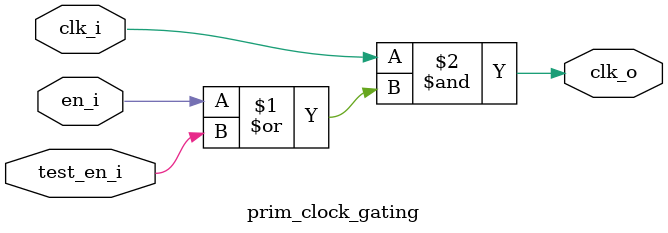
<source format=sv>

module prim_clock_gating (
    input        clk_i,
    input        en_i,
    input        test_en_i,
    output logic clk_o
);

  assign clk_o = clk_i & (en_i | test_en_i);

endmodule

</source>
